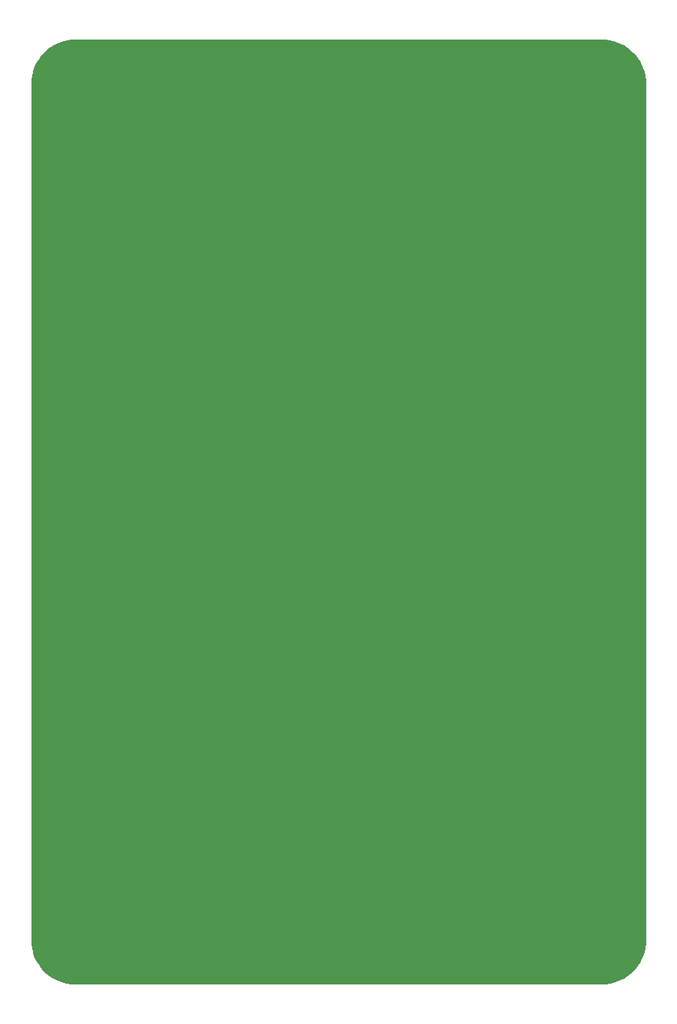
<source format=gbr>
%TF.GenerationSoftware,KiCad,Pcbnew,7.0.8*%
%TF.CreationDate,2023-11-14T18:00:56-08:00*%
%TF.ProjectId,guitar_pedal_4layer,67756974-6172-45f7-9065-64616c5f346c,rev?*%
%TF.SameCoordinates,Original*%
%TF.FileFunction,Soldermask,Bot*%
%TF.FilePolarity,Negative*%
%FSLAX46Y46*%
G04 Gerber Fmt 4.6, Leading zero omitted, Abs format (unit mm)*
G04 Created by KiCad (PCBNEW 7.0.8) date 2023-11-14 18:00:56*
%MOMM*%
%LPD*%
G01*
G04 APERTURE LIST*
%ADD10R,1.905000X2.000000*%
%ADD11O,1.905000X2.000000*%
%ADD12R,1.800000X1.800000*%
%ADD13C,1.800000*%
%ADD14C,3.000000*%
%ADD15C,1.500000*%
%ADD16R,1.700000X1.700000*%
%ADD17O,1.700000X1.700000*%
%ADD18C,3.500000*%
%ADD19R,3.302000X3.302000*%
G04 APERTURE END LIST*
D10*
%TO.C,U2*%
X173990000Y-61285000D03*
D11*
X176530000Y-61285000D03*
X179070000Y-61285000D03*
%TD*%
D12*
%TO.C,D2*%
X152230000Y-101600000D03*
D13*
X152230000Y-99060000D03*
%TD*%
D14*
%TO.C,J2*%
X172720000Y-144780000D03*
X172720000Y-128550000D03*
X166370000Y-144780000D03*
X166370000Y-128550000D03*
X179070000Y-144780000D03*
X179070000Y-128550000D03*
%TD*%
D15*
%TO.C,Y1*%
X135980000Y-78700000D03*
X140860000Y-78700000D03*
%TD*%
D16*
%TO.C,RV1*%
X146670000Y-53340000D03*
D17*
X149210000Y-53340000D03*
X151750000Y-53340000D03*
%TD*%
D18*
%TO.C,REF\u002A\u002A*%
X181610000Y-116840000D03*
%TD*%
D16*
%TO.C,BT1*%
X163830000Y-53340000D03*
D17*
X161290000Y-53340000D03*
%TD*%
D19*
%TO.C,SW2*%
X146930000Y-112225000D03*
X152230000Y-112225000D03*
X157530000Y-112225000D03*
X146930000Y-116925000D03*
X152230000Y-116925000D03*
X157530000Y-116925000D03*
X146930000Y-121625000D03*
X152230000Y-121625000D03*
X157530000Y-121625000D03*
%TD*%
D18*
%TO.C,REF\u002A\u002A*%
X182880000Y-48260000D03*
%TD*%
%TO.C,REF\u002A\u002A*%
X121920000Y-48260000D03*
%TD*%
D16*
%TO.C,SW1*%
X171450000Y-53340000D03*
D17*
X173990000Y-53340000D03*
%TD*%
D14*
%TO.C,J1*%
X131900000Y-128550000D03*
X131900000Y-144780000D03*
X138250000Y-128550000D03*
X138250000Y-144780000D03*
X125550000Y-128550000D03*
X125550000Y-144780000D03*
%TD*%
D18*
%TO.C,REF\u002A\u002A*%
X123190000Y-116840000D03*
%TD*%
%TO.C,REF\u002A\u002A*%
X152230000Y-145495087D03*
%TD*%
G36*
X183322816Y-43198333D02*
G01*
X183322860Y-43198337D01*
X183762285Y-43256188D01*
X183762328Y-43256196D01*
X184195039Y-43352125D01*
X184195081Y-43352137D01*
X184617784Y-43485414D01*
X184617825Y-43485429D01*
X185027304Y-43655040D01*
X185027343Y-43655059D01*
X185420481Y-43859714D01*
X185420519Y-43859736D01*
X185794324Y-44097876D01*
X185794359Y-44097901D01*
X186145987Y-44367714D01*
X186146021Y-44367742D01*
X186472794Y-44667175D01*
X186472825Y-44667206D01*
X186772258Y-44993979D01*
X186772286Y-44994013D01*
X187042099Y-45345641D01*
X187042124Y-45345676D01*
X187280264Y-45719481D01*
X187280286Y-45719519D01*
X187484941Y-46112657D01*
X187484960Y-46112696D01*
X187654571Y-46522175D01*
X187654586Y-46522216D01*
X187787863Y-46944919D01*
X187787875Y-46944961D01*
X187883804Y-47377672D01*
X187883812Y-47377715D01*
X187941663Y-47817140D01*
X187941667Y-47817184D01*
X187961000Y-48259978D01*
X187961000Y-147320022D01*
X187941667Y-147762816D01*
X187941663Y-147762860D01*
X187883812Y-148202285D01*
X187883804Y-148202328D01*
X187787875Y-148635039D01*
X187787863Y-148635081D01*
X187654586Y-149057784D01*
X187654571Y-149057825D01*
X187484960Y-149467304D01*
X187484941Y-149467343D01*
X187280286Y-149860481D01*
X187280264Y-149860519D01*
X187042124Y-150234324D01*
X187042099Y-150234359D01*
X186772286Y-150585987D01*
X186772258Y-150586021D01*
X186472825Y-150912794D01*
X186472794Y-150912825D01*
X186146021Y-151212258D01*
X186145987Y-151212286D01*
X185794359Y-151482099D01*
X185794324Y-151482124D01*
X185420519Y-151720264D01*
X185420481Y-151720286D01*
X185027343Y-151924941D01*
X185027304Y-151924960D01*
X184617825Y-152094571D01*
X184617784Y-152094586D01*
X184195081Y-152227863D01*
X184195039Y-152227875D01*
X183762328Y-152323804D01*
X183762285Y-152323812D01*
X183322860Y-152381663D01*
X183322816Y-152381667D01*
X182880022Y-152401000D01*
X121919978Y-152401000D01*
X121477184Y-152381667D01*
X121477140Y-152381663D01*
X121037715Y-152323812D01*
X121037672Y-152323804D01*
X120604961Y-152227875D01*
X120604919Y-152227863D01*
X120182216Y-152094586D01*
X120182175Y-152094571D01*
X119772696Y-151924960D01*
X119772657Y-151924941D01*
X119379519Y-151720286D01*
X119379481Y-151720264D01*
X119005676Y-151482124D01*
X119005641Y-151482099D01*
X118654013Y-151212286D01*
X118653979Y-151212258D01*
X118327206Y-150912825D01*
X118327175Y-150912794D01*
X118027742Y-150586021D01*
X118027714Y-150585987D01*
X117757901Y-150234359D01*
X117757876Y-150234324D01*
X117519736Y-149860519D01*
X117519714Y-149860481D01*
X117315059Y-149467343D01*
X117315040Y-149467304D01*
X117145429Y-149057825D01*
X117145414Y-149057784D01*
X117012137Y-148635081D01*
X117012125Y-148635039D01*
X116916196Y-148202328D01*
X116916188Y-148202285D01*
X116858337Y-147762860D01*
X116858333Y-147762816D01*
X116839000Y-147320022D01*
X116839000Y-48259978D01*
X116858333Y-47817184D01*
X116858337Y-47817140D01*
X116916188Y-47377715D01*
X116916196Y-47377672D01*
X117012125Y-46944961D01*
X117012137Y-46944919D01*
X117145414Y-46522216D01*
X117145429Y-46522175D01*
X117315040Y-46112696D01*
X117315059Y-46112657D01*
X117519714Y-45719519D01*
X117519736Y-45719481D01*
X117757876Y-45345676D01*
X117757901Y-45345641D01*
X118027714Y-44994013D01*
X118027742Y-44993979D01*
X118327175Y-44667206D01*
X118327206Y-44667175D01*
X118653979Y-44367742D01*
X118654013Y-44367714D01*
X119005641Y-44097901D01*
X119005676Y-44097876D01*
X119379481Y-43859736D01*
X119379519Y-43859714D01*
X119772657Y-43655059D01*
X119772696Y-43655040D01*
X120182175Y-43485429D01*
X120182216Y-43485414D01*
X120604919Y-43352137D01*
X120604961Y-43352125D01*
X121037672Y-43256196D01*
X121037715Y-43256188D01*
X121477140Y-43198337D01*
X121477184Y-43198333D01*
X121919978Y-43179000D01*
X182880022Y-43179000D01*
X183322816Y-43198333D01*
G37*
G36*
X183322816Y-43198333D02*
G01*
X183322860Y-43198337D01*
X183762285Y-43256188D01*
X183762328Y-43256196D01*
X184195039Y-43352125D01*
X184195081Y-43352137D01*
X184617784Y-43485414D01*
X184617825Y-43485429D01*
X185027304Y-43655040D01*
X185027343Y-43655059D01*
X185420481Y-43859714D01*
X185420519Y-43859736D01*
X185794324Y-44097876D01*
X185794359Y-44097901D01*
X186145987Y-44367714D01*
X186146021Y-44367742D01*
X186472794Y-44667175D01*
X186472825Y-44667206D01*
X186772258Y-44993979D01*
X186772286Y-44994013D01*
X187042099Y-45345641D01*
X187042124Y-45345676D01*
X187280264Y-45719481D01*
X187280286Y-45719519D01*
X187484941Y-46112657D01*
X187484960Y-46112696D01*
X187654571Y-46522175D01*
X187654586Y-46522216D01*
X187787863Y-46944919D01*
X187787875Y-46944961D01*
X187883804Y-47377672D01*
X187883812Y-47377715D01*
X187941663Y-47817140D01*
X187941667Y-47817184D01*
X187961000Y-48259978D01*
X187961000Y-147320022D01*
X187941667Y-147762816D01*
X187941663Y-147762860D01*
X187883812Y-148202285D01*
X187883804Y-148202328D01*
X187787875Y-148635039D01*
X187787863Y-148635081D01*
X187654586Y-149057784D01*
X187654571Y-149057825D01*
X187484960Y-149467304D01*
X187484941Y-149467343D01*
X187280286Y-149860481D01*
X187280264Y-149860519D01*
X187042124Y-150234324D01*
X187042099Y-150234359D01*
X186772286Y-150585987D01*
X186772258Y-150586021D01*
X186472825Y-150912794D01*
X186472794Y-150912825D01*
X186146021Y-151212258D01*
X186145987Y-151212286D01*
X185794359Y-151482099D01*
X185794324Y-151482124D01*
X185420519Y-151720264D01*
X185420481Y-151720286D01*
X185027343Y-151924941D01*
X185027304Y-151924960D01*
X184617825Y-152094571D01*
X184617784Y-152094586D01*
X184195081Y-152227863D01*
X184195039Y-152227875D01*
X183762328Y-152323804D01*
X183762285Y-152323812D01*
X183322860Y-152381663D01*
X183322816Y-152381667D01*
X182880022Y-152401000D01*
X121919978Y-152401000D01*
X121477184Y-152381667D01*
X121477140Y-152381663D01*
X121037715Y-152323812D01*
X121037672Y-152323804D01*
X120604961Y-152227875D01*
X120604919Y-152227863D01*
X120182216Y-152094586D01*
X120182175Y-152094571D01*
X119772696Y-151924960D01*
X119772657Y-151924941D01*
X119379519Y-151720286D01*
X119379481Y-151720264D01*
X119005676Y-151482124D01*
X119005641Y-151482099D01*
X118654013Y-151212286D01*
X118653979Y-151212258D01*
X118327206Y-150912825D01*
X118327175Y-150912794D01*
X118027742Y-150586021D01*
X118027714Y-150585987D01*
X117757901Y-150234359D01*
X117757876Y-150234324D01*
X117519736Y-149860519D01*
X117519714Y-149860481D01*
X117315059Y-149467343D01*
X117315040Y-149467304D01*
X117145429Y-149057825D01*
X117145414Y-149057784D01*
X117012137Y-148635081D01*
X117012125Y-148635039D01*
X116916196Y-148202328D01*
X116916188Y-148202285D01*
X116858337Y-147762860D01*
X116858333Y-147762816D01*
X116839000Y-147320022D01*
X116839000Y-48259978D01*
X116858333Y-47817184D01*
X116858337Y-47817140D01*
X116916188Y-47377715D01*
X116916196Y-47377672D01*
X117012125Y-46944961D01*
X117012137Y-46944919D01*
X117145414Y-46522216D01*
X117145429Y-46522175D01*
X117315040Y-46112696D01*
X117315059Y-46112657D01*
X117519714Y-45719519D01*
X117519736Y-45719481D01*
X117757876Y-45345676D01*
X117757901Y-45345641D01*
X118027714Y-44994013D01*
X118027742Y-44993979D01*
X118327175Y-44667206D01*
X118327206Y-44667175D01*
X118653979Y-44367742D01*
X118654013Y-44367714D01*
X119005641Y-44097901D01*
X119005676Y-44097876D01*
X119379481Y-43859736D01*
X119379519Y-43859714D01*
X119772657Y-43655059D01*
X119772696Y-43655040D01*
X120182175Y-43485429D01*
X120182216Y-43485414D01*
X120604919Y-43352137D01*
X120604961Y-43352125D01*
X121037672Y-43256196D01*
X121037715Y-43256188D01*
X121477140Y-43198337D01*
X121477184Y-43198333D01*
X121919978Y-43179000D01*
X182880022Y-43179000D01*
X183322816Y-43198333D01*
G37*
M02*

</source>
